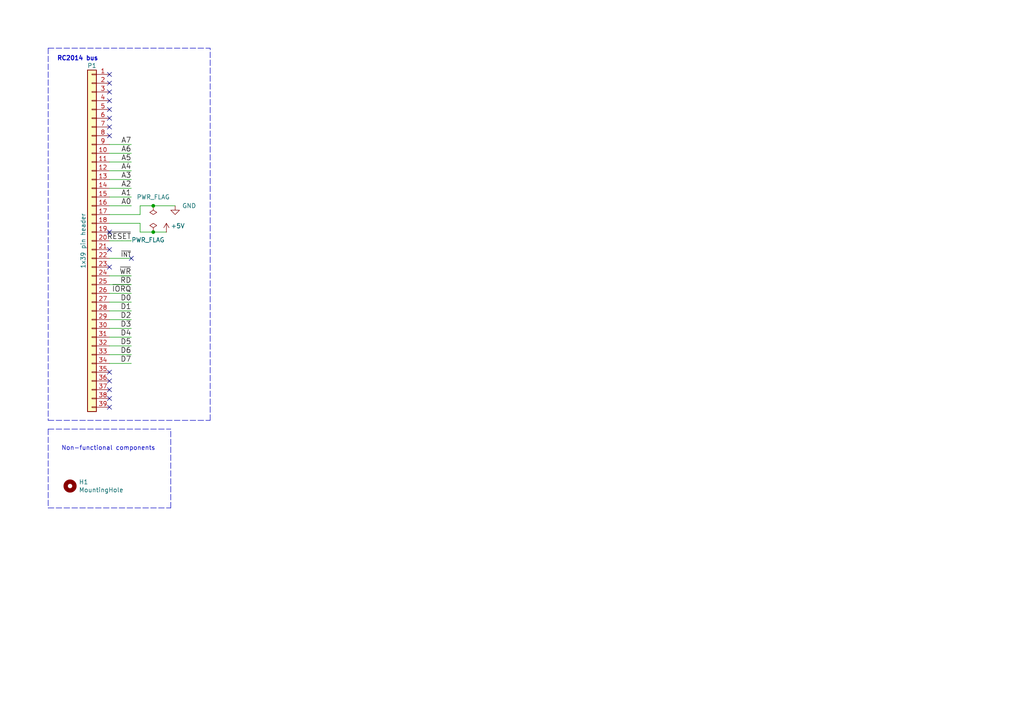
<source format=kicad_sch>
(kicad_sch (version 20250114) (generator "eeschema") (generator_version "9.0")
  (paper "A4")
  (title_block (title "RCBUS template") (date "${DATE}") (rev "${VERSION}") (comment 2 "${GIT_HASH}"))
  (lib_symbols
    (symbol "Connector_Generic:Conn_01x39" (pin_names (offset 1.016) (hide yes))
      (property "Reference" "J" (at 0 50.8 0))
      (property "Value" "Conn_01x39" (at 0 -50.8 0))
      (symbol "Conn_01x39_1_1"
        (rectangle (start -1.27 49.53) (end 1.27 -49.53) (stroke (width 0.254)) (fill (type background)))
        (rectangle (start -1.27 48.387) (end 0 48.133) (stroke (width 0.1524)))
        (rectangle (start -1.27 45.847) (end 0 45.593) (stroke (width 0.1524)))
        (rectangle (start -1.27 43.307) (end 0 43.053) (stroke (width 0.1524)))
        (rectangle (start -1.27 40.767) (end 0 40.513) (stroke (width 0.1524)))
        (rectangle (start -1.27 38.227) (end 0 37.973) (stroke (width 0.1524)))
        (rectangle (start -1.27 35.687) (end 0 35.433) (stroke (width 0.1524)))
        (rectangle (start -1.27 33.147) (end 0 32.893) (stroke (width 0.1524)))
        (rectangle (start -1.27 30.607) (end 0 30.353) (stroke (width 0.1524)))
        (rectangle (start -1.27 28.067) (end 0 27.813) (stroke (width 0.1524)))
        (rectangle (start -1.27 25.527) (end 0 25.273) (stroke (width 0.1524)))
        (rectangle (start -1.27 22.987) (end 0 22.733) (stroke (width 0.1524)))
        (rectangle (start -1.27 20.447) (end 0 20.193) (stroke (width 0.1524)))
        (rectangle (start -1.27 17.907) (end 0 17.653) (stroke (width 0.1524)))
        (rectangle (start -1.27 15.367) (end 0 15.113) (stroke (width 0.1524)))
        (rectangle (start -1.27 12.827) (end 0 12.573) (stroke (width 0.1524)))
        (rectangle (start -1.27 10.287) (end 0 10.033) (stroke (width 0.1524)))
        (rectangle (start -1.27 7.747) (end 0 7.493) (stroke (width 0.1524)))
        (rectangle (start -1.27 5.207) (end 0 4.953) (stroke (width 0.1524)))
        (rectangle (start -1.27 2.667) (end 0 2.413) (stroke (width 0.1524)))
        (rectangle (start -1.27 0.127) (end 0 -0.127) (stroke (width 0.1524)))
        (rectangle (start -1.27 -2.413) (end 0 -2.667) (stroke (width 0.1524)))
        (rectangle (start -1.27 -4.953) (end 0 -5.207) (stroke (width 0.1524)))
        (rectangle (start -1.27 -7.493) (end 0 -7.747) (stroke (width 0.1524)))
        (rectangle (start -1.27 -10.033) (end 0 -10.287) (stroke (width 0.1524)))
        (rectangle (start -1.27 -12.573) (end 0 -12.827) (stroke (width 0.1524)))
        (rectangle (start -1.27 -15.113) (end 0 -15.367) (stroke (width 0.1524)))
        (rectangle (start -1.27 -17.653) (end 0 -17.907) (stroke (width 0.1524)))
        (rectangle (start -1.27 -20.193) (end 0 -20.447) (stroke (width 0.1524)))
        (rectangle (start -1.27 -22.733) (end 0 -22.987) (stroke (width 0.1524)))
        (rectangle (start -1.27 -25.273) (end 0 -25.527) (stroke (width 0.1524)))
        (rectangle (start -1.27 -27.813) (end 0 -28.067) (stroke (width 0.1524)))
        (rectangle (start -1.27 -30.353) (end 0 -30.607) (stroke (width 0.1524)))
        (rectangle (start -1.27 -32.893) (end 0 -33.147) (stroke (width 0.1524)))
        (rectangle (start -1.27 -35.433) (end 0 -35.687) (stroke (width 0.1524)))
        (rectangle (start -1.27 -37.973) (end 0 -38.227) (stroke (width 0.1524)))
        (rectangle (start -1.27 -40.513) (end 0 -40.767) (stroke (width 0.1524)))
        (rectangle (start -1.27 -43.053) (end 0 -43.307) (stroke (width 0.1524)))
        (rectangle (start -1.27 -45.593) (end 0 -45.847) (stroke (width 0.1524)))
        (rectangle (start -1.27 -48.133) (end 0 -48.387) (stroke (width 0.1524)))
        (pin passive line (at -5.08 48.26 0) (length 3.81) (name "Pin_1") (number "1"))
        (pin passive line (at -5.08 45.72 0) (length 3.81) (name "Pin_2") (number "2"))
        (pin passive line (at -5.08 43.18 0) (length 3.81) (name "Pin_3") (number "3"))
        (pin passive line (at -5.08 40.64 0) (length 3.81) (name "Pin_4") (number "4"))
        (pin passive line (at -5.08 38.1 0) (length 3.81) (name "Pin_5") (number "5"))
        (pin passive line (at -5.08 35.56 0) (length 3.81) (name "Pin_6") (number "6"))
        (pin passive line (at -5.08 33.02 0) (length 3.81) (name "Pin_7") (number "7"))
        (pin passive line (at -5.08 30.48 0) (length 3.81) (name "Pin_8") (number "8"))
        (pin passive line (at -5.08 27.94 0) (length 3.81) (name "Pin_9") (number "9"))
        (pin passive line (at -5.08 25.4 0) (length 3.81) (name "Pin_10") (number "10"))
        (pin passive line (at -5.08 22.86 0) (length 3.81) (name "Pin_11") (number "11"))
        (pin passive line (at -5.08 20.32 0) (length 3.81) (name "Pin_12") (number "12"))
        (pin passive line (at -5.08 17.78 0) (length 3.81) (name "Pin_13") (number "13"))
        (pin passive line (at -5.08 15.24 0) (length 3.81) (name "Pin_14") (number "14"))
        (pin passive line (at -5.08 12.7 0) (length 3.81) (name "Pin_15") (number "15"))
        (pin passive line (at -5.08 10.16 0) (length 3.81) (name "Pin_16") (number "16"))
        (pin passive line (at -5.08 7.62 0) (length 3.81) (name "Pin_17") (number "17"))
        (pin passive line (at -5.08 5.08 0) (length 3.81) (name "Pin_18") (number "18"))
        (pin passive line (at -5.08 2.54 0) (length 3.81) (name "Pin_19") (number "19"))
        (pin passive line (at -5.08 0 0) (length 3.81) (name "Pin_20") (number "20"))
        (pin passive line (at -5.08 -2.54 0) (length 3.81) (name "Pin_21") (number "21"))
        (pin passive line (at -5.08 -5.08 0) (length 3.81) (name "Pin_22") (number "22"))
        (pin passive line (at -5.08 -7.62 0) (length 3.81) (name "Pin_23") (number "23"))
        (pin passive line (at -5.08 -10.16 0) (length 3.81) (name "Pin_24") (number "24"))
        (pin passive line (at -5.08 -12.7 0) (length 3.81) (name "Pin_25") (number "25"))
        (pin passive line (at -5.08 -15.24 0) (length 3.81) (name "Pin_26") (number "26"))
        (pin passive line (at -5.08 -17.78 0) (length 3.81) (name "Pin_27") (number "27"))
        (pin passive line (at -5.08 -20.32 0) (length 3.81) (name "Pin_28") (number "28"))
        (pin passive line (at -5.08 -22.86 0) (length 3.81) (name "Pin_29") (number "29"))
        (pin passive line (at -5.08 -25.4 0) (length 3.81) (name "Pin_30") (number "30"))
        (pin passive line (at -5.08 -27.94 0) (length 3.81) (name "Pin_31") (number "31"))
        (pin passive line (at -5.08 -30.48 0) (length 3.81) (name "Pin_32") (number "32"))
        (pin passive line (at -5.08 -33.02 0) (length 3.81) (name "Pin_33") (number "33"))
        (pin passive line (at -5.08 -35.56 0) (length 3.81) (name "Pin_34") (number "34"))
        (pin passive line (at -5.08 -38.1 0) (length 3.81) (name "Pin_35") (number "35"))
        (pin passive line (at -5.08 -40.64 0) (length 3.81) (name "Pin_36") (number "36"))
        (pin passive line (at -5.08 -43.18 0) (length 3.81) (name "Pin_37") (number "37"))
        (pin passive line (at -5.08 -45.72 0) (length 3.81) (name "Pin_38") (number "38"))
        (pin passive line (at -5.08 -48.26 0) (length 3.81) (name "Pin_39") (number "39"))
      )
    )
    (symbol "Mechanical:MountingHole" (pin_names (offset 1.016)) (in_bom no)
      (property "Reference" "H" (at 0 5.08 0))
      (property "Value" "MountingHole" (at 0 3.175 0))
      (symbol "MountingHole_0_1"
        (circle (center 0 0) (radius 1.27) (stroke (width 1.27)))
      )
    )
    (symbol "power:+5V" (power) (pin_numbers (hide yes)) (pin_names (offset 0) (hide yes))
      (property "Value" "+5V" (at 0 3.556 0))
      (symbol "+5V_0_1"
        (polyline (pts (xy -0.762 1.27) (xy 0 2.54)))
        (polyline (pts (xy 0 2.54) (xy 0.762 1.27)))
        (polyline (pts (xy 0 0) (xy 0 2.54)))
      )
      (symbol "+5V_1_1"
        (pin power_in line (at 0 0 90) (length 0) (name "~") (number "1"))
      )
    )
    (symbol "power:GND" (power) (pin_numbers (hide yes)) (pin_names (offset 0) (hide yes))
      (property "Value" "GND" (at 0 -3.81 0))
      (symbol "GND_0_1"
        (polyline (pts (xy 0 0) (xy 0 -1.27) (xy 1.27 -1.27) (xy 0 -2.54) (xy -1.27 -1.27) (xy 0 -1.27)))
      )
      (symbol "GND_1_1"
        (pin power_in line (at 0 0 270) (length 0) (name "~") (number "1"))
      )
    )
    (symbol "power:PWR_FLAG" (power) (pin_numbers (hide yes)) (pin_names (offset 0) (hide yes))
      (property "Value" "PWR_FLAG" (at 0 3.81 0))
      (symbol "PWR_FLAG_0_0"
        (pin power_out line (at 0 0 90) (length 0) (name "~") (number "1"))
      )
      (symbol "PWR_FLAG_0_1"
        (polyline (pts (xy 0 0) (xy 0 1.27) (xy -1.016 1.905) (xy 0 2.54) (xy 1.016 1.905) (xy 0 1.27)))
      )
    )
  )
  (text "Non-functional components" (at 17.78 130.81 0) (effects (font (size 1.27 1.27)) (justify left bottom)))
  (text "RC2014 bus" (at 16.51 17.78 0) (effects (font (size 1.27 1.27) (thickness 0.254) (bold yes)) (justify left bottom)))
  (junction (at 44.45 59.69))
  (junction (at 44.45 67.31))
  (no_connect (at 31.75 67.31))
  (no_connect (at 31.75 118.11))
  (no_connect (at 31.75 113.03))
  (no_connect (at 31.75 26.67))
  (no_connect (at 31.75 24.13))
  (no_connect (at 31.75 77.47))
  (no_connect (at 31.75 110.49))
  (no_connect (at 31.75 21.59))
  (no_connect (at 31.75 36.83))
  (no_connect (at 31.75 107.95))
  (no_connect (at 31.75 39.37))
  (no_connect (at 31.75 34.29))
  (no_connect (at 31.75 115.57))
  (no_connect (at 31.75 29.21))
  (no_connect (at 31.75 31.75))
  (no_connect (at 31.75 72.39))
  (no_connect (at 38.1 74.93))
  (wire (pts (xy 40.64 59.69) (xy 44.45 59.69)))
  (wire (pts (xy 40.64 67.31) (xy 44.45 67.31)))
  (polyline (pts (xy 49.53 147.32) (xy 49.53 124.46)) (stroke (width 0) (type dash)))
  (wire (pts (xy 38.1 95.25) (xy 31.75 95.25)))
  (wire (pts (xy 44.45 59.69) (xy 50.8 59.69)))
  (polyline (pts (xy 13.97 124.46) (xy 49.53 124.46)) (stroke (width 0) (type dash)))
  (wire (pts (xy 38.1 90.17) (xy 31.75 90.17)))
  (wire (pts (xy 40.64 64.77) (xy 40.64 67.31)))
  (wire (pts (xy 38.1 74.93) (xy 31.75 74.93)))
  (wire (pts (xy 40.64 62.23) (xy 40.64 59.69)))
  (wire (pts (xy 38.1 59.69) (xy 31.75 59.69)))
  (wire (pts (xy 38.1 82.55) (xy 31.75 82.55)))
  (wire (pts (xy 38.1 105.41) (xy 31.75 105.41)))
  (polyline (pts (xy 13.97 147.32) (xy 49.53 147.32)) (stroke (width 0) (type dash)))
  (wire (pts (xy 38.1 85.09) (xy 31.75 85.09)))
  (wire (pts (xy 38.1 69.85) (xy 31.75 69.85)))
  (wire (pts (xy 44.45 67.31) (xy 48.26 67.31)))
  (wire (pts (xy 38.1 57.15) (xy 31.75 57.15)))
  (wire (pts (xy 40.64 64.77) (xy 31.75 64.77)))
  (wire (pts (xy 38.1 54.61) (xy 31.75 54.61)))
  (wire (pts (xy 38.1 46.99) (xy 31.75 46.99)))
  (wire (pts (xy 38.1 49.53) (xy 31.75 49.53)))
  (wire (pts (xy 38.1 41.91) (xy 31.75 41.91)))
  (wire (pts (xy 38.1 87.63) (xy 31.75 87.63)))
  (polyline (pts (xy 13.97 13.97) (xy 60.96 13.97)) (stroke (width 0) (type dash)))
  (wire (pts (xy 38.1 102.87) (xy 31.75 102.87)))
  (wire (pts (xy 38.1 44.45) (xy 31.75 44.45)))
  (wire (pts (xy 40.64 62.23) (xy 31.75 62.23)))
  (wire (pts (xy 38.1 100.33) (xy 31.75 100.33)))
  (polyline (pts (xy 13.97 121.92) (xy 60.96 121.92)) (stroke (width 0) (type dash)))
  (polyline (pts (xy 13.97 124.46) (xy 13.97 147.32)) (stroke (width 0) (type dash)))
  (polyline (pts (xy 60.96 121.92) (xy 60.96 13.97)) (stroke (width 0) (type dash)))
  (polyline (pts (xy 13.97 13.97) (xy 13.97 121.92)) (stroke (width 0) (type dash)))
  (wire (pts (xy 38.1 97.79) (xy 31.75 97.79)))
  (wire (pts (xy 38.1 92.71) (xy 31.75 92.71)))
  (wire (pts (xy 38.1 80.01) (xy 31.75 80.01)))
  (wire (pts (xy 38.1 52.07) (xy 31.75 52.07)))
  (label "~{WR}" (at 38.1 80.01 180) (effects (font (size 1.524 1.524))))
  (label "A2" (at 38.1 54.61 180) (effects (font (size 1.524 1.524))))
  (label "D2" (at 38.1 92.71 180) (effects (font (size 1.524 1.524))))
  (label "D1" (at 38.1 90.17 180) (effects (font (size 1.524 1.524))))
  (label "A6" (at 38.1 44.45 180) (effects (font (size 1.524 1.524))))
  (label "D5" (at 38.1 100.33 180) (effects (font (size 1.524 1.524))))
  (label "D7" (at 38.1 105.41 180) (effects (font (size 1.524 1.524))))
  (label "~{INT}" (at 38.1 74.93 180))
  (label "~{RESET}" (at 38.1 69.85 180) (effects (font (size 1.524 1.524))))
  (label "A1" (at 38.1 57.15 180) (effects (font (size 1.524 1.524))))
  (label "~{RD}" (at 38.1 82.55 180) (effects (font (size 1.524 1.524))))
  (label "A4" (at 38.1 49.53 180) (effects (font (size 1.524 1.524))))
  (label "A3" (at 38.1 52.07 180) (effects (font (size 1.524 1.524))))
  (label "D4" (at 38.1 97.79 180) (effects (font (size 1.524 1.524))))
  (label "D3" (at 38.1 95.25 180) (effects (font (size 1.524 1.524))))
  (label "D0" (at 38.1 87.63 180) (effects (font (size 1.524 1.524))))
  (label "A5" (at 38.1 46.99 180) (effects (font (size 1.524 1.524))))
  (label "D6" (at 38.1 102.87 180) (effects (font (size 1.524 1.524))))
  (label "A7" (at 38.1 41.91 180) (effects (font (size 1.524 1.524))))
  (label "~{IORQ}" (at 38.1 85.09 180) (effects (font (size 1.524 1.524))))
  (label "A0" (at 38.1 59.69 180) (effects (font (size 1.524 1.524))))
  (symbol (lib_id "Connector_Generic:Conn_01x39") (at 26.67 69.85 0) (mirror y) (unit 1)
    (property "Reference" "P1" (at 26.67 19.05 0))
    (property "Value" "1x39 pin header" (at 24.13 69.85 90))
    (property "Footprint" "electrified:PinHeader_1x39_P2.54mm_Vertical" (effects (hide yes)))
    (property "Description" "Generic connector, single row, 01x39, script generated (kicad-library-utils/schlib/autogen/connector/)" (effects (hide yes)))
    (property "Farnell_URI" "https://uk.farnell.com/wurth-elektronik/61304011021/header-2-54mm-pin-tht-r-a-40way/dp/2356192" (effects (hide yes)))
    (property "MPN" "61304011021" (effects (hide yes)))
  )
  (symbol (lib_id "power:GND") (at 50.8 59.69 0) (unit 1)
    (property "Reference" "#PWR02" (effects (hide yes)))
    (property "Value" "GND" (at 54.864 59.69 0))
    (property "Description" "Power symbol creates a global label with name \"GND\" , ground" (effects (hide yes)))
  )
  (symbol (lib_id "power:+5V") (at 48.26 67.31 0) (unit 1)
    (property "Reference" "#PWR3" (effects (hide yes)))
    (property "Value" "+5V" (at 51.562 65.532 0))
    (property "Description" "Power symbol creates a global label with name \"+5V\"" (effects (hide yes)))
  )
  (symbol (lib_id "power:PWR_FLAG") (at 44.45 59.69 180) (unit 1)
    (property "Reference" "#FLG01" (effects (hide yes)))
    (property "Value" "PWR_FLAG" (at 44.45 57.15 0))
    (property "Description" "Special symbol for telling ERC where power comes from" (effects (hide yes)))
  )
  (symbol (lib_id "power:PWR_FLAG") (at 44.45 67.31 0) (unit 1)
    (property "Reference" "#FLG02" (effects (hide yes)))
    (property "Value" "PWR_FLAG" (at 42.926 69.596 0))
    (property "Description" "Special symbol for telling ERC where power comes from" (effects (hide yes)))
  )
  (symbol (lib_id "Mechanical:MountingHole") (at 20.32 140.97 0) (unit 1) (in_bom no)
    (property "Reference" "H1" (at 22.86 139.8016 0) (effects (justify left)))
    (property "Value" "MountingHole" (at 22.86 142.113 0) (effects (justify left)))
    (property "Footprint" "MountingHole:MountingHole_3.2mm_M3" (effects (hide yes)))
    (property "Description" "Mounting Hole without connection" (effects (hide yes)))
  )
)
</source>
